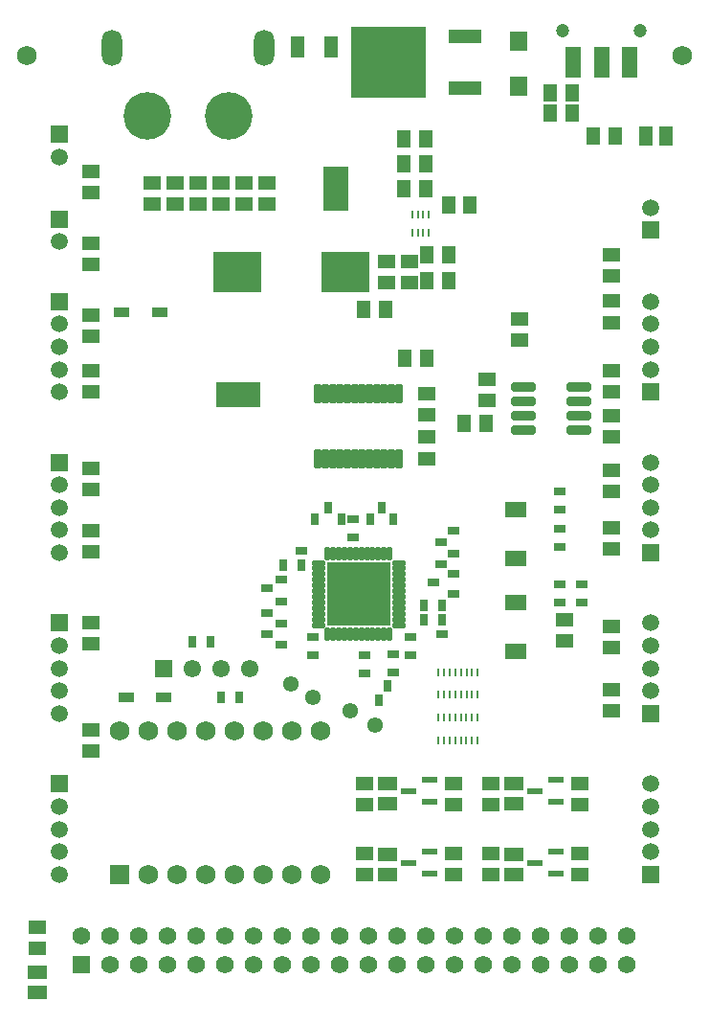
<source format=gts>
G04*
G04 #@! TF.GenerationSoftware,Altium Limited,Altium Designer,21.0.9 (235)*
G04*
G04 Layer_Color=8388736*
%FSLAX44Y44*%
%MOMM*%
G71*
G04*
G04 #@! TF.SameCoordinates,58F94E15-CAE4-4791-8A53-09B8A48F05B3*
G04*
G04*
G04 #@! TF.FilePolarity,Negative*
G04*
G01*
G75*
%ADD21R,1.4224X0.5588*%
%ADD22R,0.2540X0.7112*%
%ADD30R,0.2286X0.7112*%
%ADD32R,1.5792X1.7994*%
%ADD38R,1.0000X0.8000*%
%ADD39R,1.6002X1.2192*%
%ADD40R,0.8000X1.0000*%
G04:AMPARAMS|DCode=41|XSize=2.1732mm|YSize=0.8032mm|CornerRadius=0.1766mm|HoleSize=0mm|Usage=FLASHONLY|Rotation=0.000|XOffset=0mm|YOffset=0mm|HoleType=Round|Shape=RoundedRectangle|*
%AMROUNDEDRECTD41*
21,1,2.1732,0.4500,0,0,0.0*
21,1,1.8200,0.8032,0,0,0.0*
1,1,0.3532,0.9100,-0.2250*
1,1,0.3532,-0.9100,-0.2250*
1,1,0.3532,-0.9100,0.2250*
1,1,0.3532,0.9100,0.2250*
%
%ADD41ROUNDEDRECTD41*%
%ADD42R,1.6532X1.3032*%
%ADD43R,5.6032X5.6032*%
G04:AMPARAMS|DCode=44|XSize=1.2032mm|YSize=0.5532mm|CornerRadius=0.1454mm|HoleSize=0mm|Usage=FLASHONLY|Rotation=270.000|XOffset=0mm|YOffset=0mm|HoleType=Round|Shape=RoundedRectangle|*
%AMROUNDEDRECTD44*
21,1,1.2032,0.2625,0,0,270.0*
21,1,0.9125,0.5532,0,0,270.0*
1,1,0.2907,-0.1313,-0.4563*
1,1,0.2907,-0.1313,0.4563*
1,1,0.2907,0.1313,0.4563*
1,1,0.2907,0.1313,-0.4563*
%
%ADD44ROUNDEDRECTD44*%
G04:AMPARAMS|DCode=45|XSize=1.2032mm|YSize=0.5532mm|CornerRadius=0.1454mm|HoleSize=0mm|Usage=FLASHONLY|Rotation=180.000|XOffset=0mm|YOffset=0mm|HoleType=Round|Shape=RoundedRectangle|*
%AMROUNDEDRECTD45*
21,1,1.2032,0.2625,0,0,180.0*
21,1,0.9125,0.5532,0,0,180.0*
1,1,0.2907,-0.4563,0.1313*
1,1,0.2907,0.4563,0.1313*
1,1,0.2907,0.4563,-0.1313*
1,1,0.2907,-0.4563,-0.1313*
%
%ADD45ROUNDEDRECTD45*%
%ADD46R,1.4224X0.9652*%
%ADD47R,1.2192X1.6002*%
G04:AMPARAMS|DCode=48|XSize=1.7732mm|YSize=0.6132mm|CornerRadius=0.1529mm|HoleSize=0mm|Usage=FLASHONLY|Rotation=270.000|XOffset=0mm|YOffset=0mm|HoleType=Round|Shape=RoundedRectangle|*
%AMROUNDEDRECTD48*
21,1,1.7732,0.3075,0,0,270.0*
21,1,1.4675,0.6132,0,0,270.0*
1,1,0.3057,-0.1538,-0.7338*
1,1,0.3057,-0.1538,0.7338*
1,1,0.3057,0.1538,0.7338*
1,1,0.3057,0.1538,-0.7338*
%
%ADD48ROUNDEDRECTD48*%
%ADD49R,4.0032X2.2332*%
%ADD50R,2.2332X4.0032*%
%ADD51R,1.4032X2.7032*%
%ADD52R,6.6032X6.3415*%
%ADD53R,2.9432X1.1832*%
%ADD54R,1.2532X1.9232*%
%ADD55R,4.2000X3.6000*%
%ADD56R,1.9032X1.3532*%
%ADD57R,1.3032X1.6532*%
G04:AMPARAMS|DCode=58|XSize=3.2032mm|YSize=1.8032mm|CornerRadius=0.9016mm|HoleSize=0mm|Usage=FLASHONLY|Rotation=90.000|XOffset=0mm|YOffset=0mm|HoleType=Round|Shape=RoundedRectangle|*
%AMROUNDEDRECTD58*
21,1,3.2032,0.0000,0,0,90.0*
21,1,1.4000,1.8032,0,0,90.0*
1,1,1.8032,0.0000,0.7000*
1,1,1.8032,0.0000,-0.7000*
1,1,1.8032,0.0000,-0.7000*
1,1,1.8032,0.0000,0.7000*
%
%ADD58ROUNDEDRECTD58*%
%ADD59C,4.2032*%
%ADD60C,1.7332*%
%ADD61R,1.7332X1.7332*%
%ADD62C,1.3842*%
%ADD63R,1.5500X1.5500*%
%ADD64C,1.5500*%
%ADD65R,1.5112X1.5112*%
%ADD66C,1.5112*%
%ADD67C,1.2032*%
%ADD68C,1.7272*%
%ADD69C,1.5732*%
%ADD70R,1.5732X1.5732*%
D21*
X503428Y198780D02*
D03*
Y217780D02*
D03*
X484632Y208280D02*
D03*
X503428Y135280D02*
D03*
Y154280D02*
D03*
X484632Y144780D02*
D03*
X391668Y135280D02*
D03*
Y154280D02*
D03*
X372872Y144780D02*
D03*
X391668Y198780D02*
D03*
Y217780D02*
D03*
X372872Y208280D02*
D03*
D22*
X434100Y252984D02*
D03*
X429100D02*
D03*
X424100D02*
D03*
X419100D02*
D03*
X414100D02*
D03*
X409100D02*
D03*
X404100D02*
D03*
X399100D02*
D03*
Y273050D02*
D03*
X404100D02*
D03*
X409100D02*
D03*
X414100D02*
D03*
X419100D02*
D03*
X424100D02*
D03*
X429100D02*
D03*
X434100D02*
D03*
X434180Y313436D02*
D03*
X429180D02*
D03*
X424180D02*
D03*
X419180D02*
D03*
X414180D02*
D03*
X409180D02*
D03*
X404180D02*
D03*
X399180D02*
D03*
Y293370D02*
D03*
X404180D02*
D03*
X409180D02*
D03*
X414180D02*
D03*
X419180D02*
D03*
X424180D02*
D03*
X429180D02*
D03*
X434180D02*
D03*
D30*
X391042Y701929D02*
D03*
X386041D02*
D03*
X381039D02*
D03*
X376038D02*
D03*
Y717931D02*
D03*
X381039D02*
D03*
X386041D02*
D03*
X391042D02*
D03*
D32*
X469900Y831185D02*
D03*
Y870615D02*
D03*
D38*
X506730Y374810D02*
D03*
Y390810D02*
D03*
X525780D02*
D03*
Y374810D02*
D03*
X506730Y457360D02*
D03*
Y473360D02*
D03*
X374398Y328668D02*
D03*
Y344668D02*
D03*
X359158Y313428D02*
D03*
Y329428D02*
D03*
X334010Y312040D02*
D03*
Y328040D02*
D03*
X288038Y328668D02*
D03*
Y344668D02*
D03*
X323598Y448808D02*
D03*
Y432808D02*
D03*
X506730Y423800D02*
D03*
Y439800D02*
D03*
X401718Y428108D02*
D03*
X412498Y417948D02*
D03*
Y438268D02*
D03*
X401718Y409058D02*
D03*
X412498Y382388D02*
D03*
X402718Y346828D02*
D03*
X412498Y400168D02*
D03*
X394718Y392548D02*
D03*
X277878Y420488D02*
D03*
X260098Y395088D02*
D03*
X247398Y387468D02*
D03*
X260098Y356353D02*
D03*
X247398Y346828D02*
D03*
X260098Y337303D02*
D03*
X247398Y365878D02*
D03*
X260098Y375403D02*
D03*
D39*
X552450Y353568D02*
D03*
Y334772D02*
D03*
X445770Y196320D02*
D03*
Y215116D02*
D03*
X524510D02*
D03*
Y196320D02*
D03*
X445770Y152886D02*
D03*
Y134090D02*
D03*
X412750Y152886D02*
D03*
Y134090D02*
D03*
X334010Y152886D02*
D03*
Y134090D02*
D03*
X412750Y196320D02*
D03*
Y215116D02*
D03*
X334010Y196320D02*
D03*
Y215116D02*
D03*
X91440Y243332D02*
D03*
Y262128D02*
D03*
X353060Y657352D02*
D03*
Y676148D02*
D03*
X373380D02*
D03*
Y657352D02*
D03*
X510540Y359918D02*
D03*
Y341122D02*
D03*
X552450Y422402D02*
D03*
Y441198D02*
D03*
Y491998D02*
D03*
Y473202D02*
D03*
Y520954D02*
D03*
Y539750D02*
D03*
Y560832D02*
D03*
Y579628D02*
D03*
Y641223D02*
D03*
Y622427D02*
D03*
Y682498D02*
D03*
Y663702D02*
D03*
X441960Y572008D02*
D03*
Y553212D02*
D03*
X388620Y502160D02*
D03*
Y520956D02*
D03*
Y559308D02*
D03*
Y540512D02*
D03*
X91440Y579628D02*
D03*
Y560832D02*
D03*
Y629158D02*
D03*
Y610362D02*
D03*
Y692658D02*
D03*
Y673862D02*
D03*
Y756158D02*
D03*
Y737362D02*
D03*
X146050Y727202D02*
D03*
Y745998D02*
D03*
X524510Y134090D02*
D03*
Y152886D02*
D03*
X44715Y87828D02*
D03*
Y69032D02*
D03*
X91440Y338521D02*
D03*
Y357317D02*
D03*
X552450Y297688D02*
D03*
Y278892D02*
D03*
X91440Y474335D02*
D03*
Y493131D02*
D03*
Y438658D02*
D03*
Y419862D02*
D03*
X471170Y625348D02*
D03*
Y606552D02*
D03*
X247650Y745998D02*
D03*
Y727202D02*
D03*
X227330Y745998D02*
D03*
Y727202D02*
D03*
X166370D02*
D03*
Y745998D02*
D03*
X186690Y727202D02*
D03*
Y745998D02*
D03*
X207010Y727202D02*
D03*
Y745998D02*
D03*
D40*
X181610Y340360D02*
D03*
X197610D02*
D03*
X402718Y372228D02*
D03*
X386718D02*
D03*
X402718Y359528D02*
D03*
X386718D02*
D03*
X262258Y407788D02*
D03*
X278258D02*
D03*
X348998Y458588D02*
D03*
X359158Y448428D02*
D03*
X313438D02*
D03*
X301585Y458588D02*
D03*
X207010Y290830D02*
D03*
X223010D02*
D03*
X354330Y300990D02*
D03*
X346710Y288290D02*
D03*
X289731Y448428D02*
D03*
X338838D02*
D03*
D41*
X474410Y565150D02*
D03*
Y552450D02*
D03*
Y539750D02*
D03*
Y527050D02*
D03*
X523810D02*
D03*
Y539750D02*
D03*
Y552450D02*
D03*
Y565150D02*
D03*
D42*
X466090Y196740D02*
D03*
Y214740D02*
D03*
Y134510D02*
D03*
Y152510D02*
D03*
X354330Y134510D02*
D03*
Y152510D02*
D03*
Y196740D02*
D03*
Y214740D02*
D03*
X44450Y48370D02*
D03*
Y30370D02*
D03*
D43*
X328678Y382388D02*
D03*
D44*
X301178Y346988D02*
D03*
X306178D02*
D03*
X311178D02*
D03*
X301178Y417788D02*
D03*
X306178D02*
D03*
X311178D02*
D03*
X316178Y346988D02*
D03*
X356178D02*
D03*
X351178D02*
D03*
X341178D02*
D03*
X321178D02*
D03*
X326178D02*
D03*
X331178D02*
D03*
X336178D02*
D03*
X346178D02*
D03*
X316178Y417788D02*
D03*
X321178D02*
D03*
X326178D02*
D03*
X331178D02*
D03*
X336178D02*
D03*
X341178D02*
D03*
X346178D02*
D03*
X351178D02*
D03*
X356178D02*
D03*
D45*
X293278Y354888D02*
D03*
Y359888D02*
D03*
Y364888D02*
D03*
Y369888D02*
D03*
Y374888D02*
D03*
Y379888D02*
D03*
Y384888D02*
D03*
Y389888D02*
D03*
Y394888D02*
D03*
Y399888D02*
D03*
Y404888D02*
D03*
Y409888D02*
D03*
X364078Y354888D02*
D03*
Y359888D02*
D03*
Y364888D02*
D03*
Y369888D02*
D03*
Y374888D02*
D03*
Y379888D02*
D03*
Y384888D02*
D03*
Y389888D02*
D03*
Y394888D02*
D03*
Y399888D02*
D03*
Y404888D02*
D03*
Y409888D02*
D03*
D46*
X156464Y290830D02*
D03*
X122936D02*
D03*
X152654Y631190D02*
D03*
X119126D02*
D03*
D47*
X389382Y681990D02*
D03*
X408178D02*
D03*
X389382Y659130D02*
D03*
X408178D02*
D03*
X333502Y633730D02*
D03*
X352298D02*
D03*
X422402Y533400D02*
D03*
X441198D02*
D03*
X388620Y590550D02*
D03*
X369824D02*
D03*
X427228Y726440D02*
D03*
X408432D02*
D03*
X369062Y740410D02*
D03*
X387858D02*
D03*
X369062Y762635D02*
D03*
X387858D02*
D03*
Y784860D02*
D03*
X369062D02*
D03*
X536702Y787400D02*
D03*
X555498D02*
D03*
X498602Y825500D02*
D03*
X517398D02*
D03*
X498602Y807720D02*
D03*
X517398D02*
D03*
D48*
X364320Y559560D02*
D03*
X357820D02*
D03*
X351320D02*
D03*
X344820D02*
D03*
X338320D02*
D03*
X331820D02*
D03*
X325320D02*
D03*
X318820D02*
D03*
X312320D02*
D03*
X305820D02*
D03*
X299320D02*
D03*
X292820D02*
D03*
Y502160D02*
D03*
X299320D02*
D03*
X305820D02*
D03*
X312320D02*
D03*
X318820D02*
D03*
X325320D02*
D03*
X331820D02*
D03*
X338320D02*
D03*
X344820D02*
D03*
X351320D02*
D03*
X357820D02*
D03*
X364320D02*
D03*
D49*
X222250Y558800D02*
D03*
D50*
X308610Y740410D02*
D03*
D51*
X518560Y852610D02*
D03*
X568560D02*
D03*
X543560D02*
D03*
D52*
X354838Y852170D02*
D03*
D53*
X422910Y875030D02*
D03*
Y829310D02*
D03*
D54*
X304160Y866140D02*
D03*
X274960D02*
D03*
D55*
X221740Y666750D02*
D03*
X316740D02*
D03*
D56*
X467360Y457360D02*
D03*
Y413860D02*
D03*
Y374810D02*
D03*
Y331310D02*
D03*
D57*
X582820Y787400D02*
D03*
X600820D02*
D03*
D58*
X110300Y865180D02*
D03*
X245300D02*
D03*
D59*
X141800Y805180D02*
D03*
X213800D02*
D03*
D60*
X116840Y261555D02*
D03*
X142240D02*
D03*
X167640D02*
D03*
X193040D02*
D03*
X218440D02*
D03*
X243840D02*
D03*
X269240D02*
D03*
X294640D02*
D03*
Y134555D02*
D03*
X269240D02*
D03*
X243840D02*
D03*
X218440D02*
D03*
X193040D02*
D03*
X167640D02*
D03*
X142240D02*
D03*
D61*
X116840D02*
D03*
D62*
X268605Y302895D02*
D03*
X288290Y290830D02*
D03*
X342900Y266700D02*
D03*
X321310Y279400D02*
D03*
D63*
X156210Y316230D02*
D03*
D64*
X181610D02*
D03*
X207010D02*
D03*
X232410D02*
D03*
D65*
X63500Y214555D02*
D03*
Y356688D02*
D03*
Y498822D02*
D03*
Y640955D02*
D03*
Y713740D02*
D03*
Y788510D02*
D03*
X586740Y703900D02*
D03*
Y560955D02*
D03*
Y418821D02*
D03*
Y134555D02*
D03*
Y276688D02*
D03*
D66*
X63500Y194555D02*
D03*
Y174555D02*
D03*
Y154555D02*
D03*
Y134555D02*
D03*
Y336688D02*
D03*
Y316688D02*
D03*
Y296688D02*
D03*
Y276688D02*
D03*
Y478822D02*
D03*
Y458822D02*
D03*
Y438822D02*
D03*
Y418822D02*
D03*
Y560955D02*
D03*
Y580955D02*
D03*
Y600955D02*
D03*
Y620955D02*
D03*
Y693740D02*
D03*
Y768510D02*
D03*
X586740Y723900D02*
D03*
Y640955D02*
D03*
Y620955D02*
D03*
Y600955D02*
D03*
Y580955D02*
D03*
Y498821D02*
D03*
Y478821D02*
D03*
Y458821D02*
D03*
Y438821D02*
D03*
Y154555D02*
D03*
Y174555D02*
D03*
Y194555D02*
D03*
Y214555D02*
D03*
Y356688D02*
D03*
Y336688D02*
D03*
Y316688D02*
D03*
Y296688D02*
D03*
D67*
X509560Y880110D02*
D03*
X577560D02*
D03*
D68*
X35000Y858520D02*
D03*
X615000D02*
D03*
D69*
X566300Y80010D02*
D03*
Y54610D02*
D03*
X540900Y80010D02*
D03*
Y54610D02*
D03*
X515500Y80010D02*
D03*
Y54610D02*
D03*
X490100Y80010D02*
D03*
Y54610D02*
D03*
X464700Y80010D02*
D03*
Y54610D02*
D03*
X439300Y80010D02*
D03*
Y54610D02*
D03*
X413900Y80010D02*
D03*
Y54610D02*
D03*
X388500Y80010D02*
D03*
Y54610D02*
D03*
X363100Y80010D02*
D03*
Y54610D02*
D03*
X337700Y80010D02*
D03*
Y54610D02*
D03*
X312300Y80010D02*
D03*
Y54610D02*
D03*
X286900Y80010D02*
D03*
Y54610D02*
D03*
X261500Y80010D02*
D03*
Y54610D02*
D03*
X236100Y80010D02*
D03*
Y54610D02*
D03*
X210700Y80010D02*
D03*
Y54610D02*
D03*
X185300Y80010D02*
D03*
Y54610D02*
D03*
X159900Y80010D02*
D03*
Y54610D02*
D03*
X134500Y80010D02*
D03*
Y54610D02*
D03*
X109100Y80010D02*
D03*
Y54610D02*
D03*
X83700Y80010D02*
D03*
D70*
Y54610D02*
D03*
M02*

</source>
